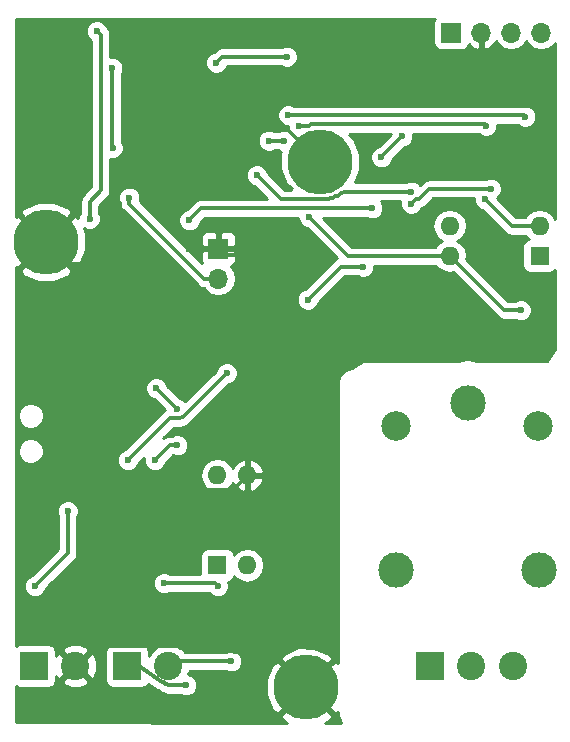
<source format=gbl>
G04 #@! TF.FileFunction,Copper,L2,Bot,Signal*
%FSLAX46Y46*%
G04 Gerber Fmt 4.6, Leading zero omitted, Abs format (unit mm)*
G04 Created by KiCad (PCBNEW 4.0.6) date 10/30/17 11:30:06*
%MOMM*%
%LPD*%
G01*
G04 APERTURE LIST*
%ADD10C,0.025400*%
%ADD11C,2.400000*%
%ADD12R,2.400000X2.400000*%
%ADD13R,1.700000X1.700000*%
%ADD14O,1.700000X1.700000*%
%ADD15C,2.500000*%
%ADD16C,3.000000*%
%ADD17R,1.600000X1.600000*%
%ADD18O,1.600000X1.600000*%
%ADD19C,5.500000*%
%ADD20C,0.600000*%
%ADD21C,0.350000*%
%ADD22C,0.254000*%
G04 APERTURE END LIST*
D10*
D11*
X135780000Y-103020000D03*
D12*
X132280000Y-103020000D03*
D11*
X143650000Y-103010000D03*
D12*
X140150000Y-103010000D03*
D13*
X167590000Y-49390000D03*
D14*
X170130000Y-49390000D03*
X172670000Y-49390000D03*
X175210000Y-49390000D03*
D13*
X147880000Y-67690000D03*
D14*
X147880000Y-70230000D03*
D11*
X169300000Y-103040000D03*
X172800000Y-103040000D03*
D12*
X165800000Y-103040000D03*
D15*
X162950000Y-82670000D03*
D16*
X162950000Y-94870000D03*
X175000000Y-94920000D03*
D15*
X174950000Y-82670000D03*
D16*
X169000000Y-80720000D03*
D17*
X147800000Y-94490000D03*
D18*
X150340000Y-86870000D03*
X150340000Y-94490000D03*
X147800000Y-86870000D03*
D19*
X156510000Y-60310000D03*
X133290000Y-67100000D03*
X155320000Y-104840000D03*
D17*
X175070000Y-68290000D03*
D18*
X167450000Y-65750000D03*
X175070000Y-65750000D03*
X167450000Y-68290000D03*
D20*
X140208000Y-85598000D03*
X148590000Y-78232000D03*
X155448000Y-72009000D03*
X160147000Y-69215000D03*
X161671000Y-59944000D03*
X163449000Y-58166000D03*
X160660000Y-70490000D03*
X165570000Y-69850000D03*
X169240000Y-52010000D03*
X163370000Y-51890000D03*
X142240000Y-89408000D03*
X137160000Y-92837000D03*
X152146000Y-56769000D03*
X149352000Y-101727000D03*
X157353000Y-68199000D03*
X142367000Y-68961000D03*
X144907000Y-88138000D03*
X145415000Y-67691000D03*
X173482000Y-72898000D03*
X155575000Y-65024000D03*
X151130000Y-61468000D03*
X164211000Y-62865000D03*
X170434000Y-63500000D03*
X168783000Y-76581000D03*
X170307000Y-76454000D03*
X135128000Y-89916000D03*
X132334000Y-96266000D03*
X136970000Y-65150000D03*
X137580000Y-49260000D03*
X145415000Y-65278000D03*
X160909000Y-64262000D03*
X147828000Y-96266000D03*
X143256000Y-96012000D03*
X144399000Y-81280000D03*
X142621000Y-79502000D03*
X148971000Y-102616000D03*
X142494000Y-85598000D03*
X144399000Y-84328000D03*
X164211000Y-63881000D03*
X170942000Y-62611000D03*
X145161000Y-104648000D03*
X140335000Y-63373000D03*
X138910000Y-52430000D03*
X138950000Y-59170000D03*
X170561000Y-57277000D03*
X154686000Y-57277000D03*
X153416000Y-58547000D03*
X152146000Y-58547000D03*
X173863000Y-56515000D03*
X153797000Y-56388000D03*
X147701000Y-51943000D03*
X153670000Y-51435000D03*
D21*
X140208000Y-85598000D02*
X143764000Y-82042000D01*
X143764000Y-82042000D02*
X144653000Y-82042000D01*
X144653000Y-82042000D02*
X144780000Y-81915000D01*
X144780000Y-81915000D02*
X144907000Y-81915000D01*
X144907000Y-81915000D02*
X148590000Y-78232000D01*
X155448000Y-72009000D02*
X158242000Y-69215000D01*
X158242000Y-69215000D02*
X160147000Y-69215000D01*
X161671000Y-59944000D02*
X163449000Y-58166000D01*
X164930000Y-70490000D02*
X160660000Y-70490000D01*
X165570000Y-69850000D02*
X164930000Y-70490000D01*
X163490000Y-52010000D02*
X169240000Y-52010000D01*
X163370000Y-51890000D02*
X163490000Y-52010000D01*
X142240000Y-89408000D02*
X138811000Y-92837000D01*
X138811000Y-92837000D02*
X137160000Y-92837000D01*
X156510000Y-60310000D02*
X156464000Y-60325000D01*
X156464000Y-60325000D02*
X152908000Y-56769000D01*
X152908000Y-56769000D02*
X152146000Y-56769000D01*
X135780000Y-103020000D02*
X135763000Y-102997000D01*
X135763000Y-102997000D02*
X137414000Y-101346000D01*
X137414000Y-101346000D02*
X144526000Y-101346000D01*
X144526000Y-101346000D02*
X144653000Y-101473000D01*
X144653000Y-101473000D02*
X144907000Y-101473000D01*
X144907000Y-101473000D02*
X145034000Y-101600000D01*
X145034000Y-101600000D02*
X145161000Y-101600000D01*
X145161000Y-101600000D02*
X145288000Y-101727000D01*
X145288000Y-101727000D02*
X149352000Y-101727000D01*
X147880000Y-67690000D02*
X147828000Y-67691000D01*
X147828000Y-67691000D02*
X148336000Y-68199000D01*
X148336000Y-68199000D02*
X157353000Y-68199000D01*
X133290000Y-67100000D02*
X133350000Y-67056000D01*
X133350000Y-67056000D02*
X135255000Y-68961000D01*
X135255000Y-68961000D02*
X142367000Y-68961000D01*
X170180000Y-49403000D02*
X170130000Y-49390000D01*
X144907000Y-88138000D02*
X149098000Y-88138000D01*
X149098000Y-88138000D02*
X150368000Y-86868000D01*
X150368000Y-86868000D02*
X150340000Y-86870000D01*
X145415000Y-67691000D02*
X147828000Y-67691000D01*
X147828000Y-67691000D02*
X147880000Y-67690000D01*
X167450000Y-68290000D02*
X167513000Y-68326000D01*
X167513000Y-68326000D02*
X172085000Y-72898000D01*
X172085000Y-72898000D02*
X173482000Y-72898000D01*
X155575000Y-65024000D02*
X158877000Y-68326000D01*
X158877000Y-68326000D02*
X167513000Y-68326000D01*
X167513000Y-68326000D02*
X167450000Y-68290000D01*
X151130000Y-61468000D02*
X153162000Y-63500000D01*
X153162000Y-63500000D02*
X157226000Y-63500000D01*
X157226000Y-63500000D02*
X157353000Y-63373000D01*
X157353000Y-63373000D02*
X157607000Y-63373000D01*
X157607000Y-63373000D02*
X157734000Y-63246000D01*
X157734000Y-63246000D02*
X157988000Y-63246000D01*
X157988000Y-63246000D02*
X158242000Y-62992000D01*
X158242000Y-62992000D02*
X158369000Y-62992000D01*
X158369000Y-62992000D02*
X158496000Y-62865000D01*
X158496000Y-62865000D02*
X164211000Y-62865000D01*
X170434000Y-63500000D02*
X172720000Y-65786000D01*
X172720000Y-65786000D02*
X175133000Y-65786000D01*
X175133000Y-65786000D02*
X175070000Y-65750000D01*
X168783000Y-76581000D02*
X168910000Y-76454000D01*
X168910000Y-76454000D02*
X170307000Y-76454000D01*
X135128000Y-89916000D02*
X135128000Y-93472000D01*
X135128000Y-93472000D02*
X132334000Y-96266000D01*
X136970000Y-63700000D02*
X136970000Y-65150000D01*
X137920000Y-62750000D02*
X136970000Y-63700000D01*
X137920000Y-49600000D02*
X137920000Y-62750000D01*
X137580000Y-49260000D02*
X137920000Y-49600000D01*
X145415000Y-65278000D02*
X146431000Y-64262000D01*
X146431000Y-64262000D02*
X160909000Y-64262000D01*
X147828000Y-96266000D02*
X147574000Y-96012000D01*
X147574000Y-96012000D02*
X143256000Y-96012000D01*
X144399000Y-81280000D02*
X142621000Y-79502000D01*
X143650000Y-103010000D02*
X143595000Y-102987000D01*
X143595000Y-102987000D02*
X143976000Y-102606000D01*
X143976000Y-102606000D02*
X148971000Y-102616000D01*
X142494000Y-85598000D02*
X143764000Y-84328000D01*
X143764000Y-84328000D02*
X144399000Y-84328000D01*
X164211000Y-63881000D02*
X164592000Y-63500000D01*
X164592000Y-63500000D02*
X164846000Y-63500000D01*
X164846000Y-63500000D02*
X165735000Y-62611000D01*
X165735000Y-62611000D02*
X170942000Y-62611000D01*
X145161000Y-104648000D02*
X143637000Y-104648000D01*
X143637000Y-104648000D02*
X143510000Y-104521000D01*
X143510000Y-104521000D02*
X143383000Y-104521000D01*
X143383000Y-104521000D02*
X143256000Y-104394000D01*
X143256000Y-104394000D02*
X143129000Y-104394000D01*
X143129000Y-104394000D02*
X141182000Y-102987000D01*
X141182000Y-102987000D02*
X140166000Y-102987000D01*
X140166000Y-102987000D02*
X140150000Y-103010000D01*
X140335000Y-63373000D02*
X140335000Y-63881000D01*
X140335000Y-63881000D02*
X146685000Y-70231000D01*
X146685000Y-70231000D02*
X147828000Y-70231000D01*
X147828000Y-70231000D02*
X147880000Y-70230000D01*
X138910000Y-59130000D02*
X138910000Y-52430000D01*
X138950000Y-59170000D02*
X138910000Y-59130000D01*
X170561000Y-57277000D02*
X170434000Y-57150000D01*
X170434000Y-57150000D02*
X155702000Y-57150000D01*
X155702000Y-57150000D02*
X155575000Y-57277000D01*
X155575000Y-57277000D02*
X154686000Y-57277000D01*
X153416000Y-58547000D02*
X152146000Y-58547000D01*
X173863000Y-56515000D02*
X173736000Y-56388000D01*
X173736000Y-56388000D02*
X153797000Y-56388000D01*
X147701000Y-51943000D02*
X148209000Y-51435000D01*
X148209000Y-51435000D02*
X153670000Y-51435000D01*
D22*
G36*
X166143569Y-48288110D02*
X166092560Y-48540000D01*
X166092560Y-50240000D01*
X166136838Y-50475317D01*
X166275910Y-50691441D01*
X166488110Y-50836431D01*
X166740000Y-50887440D01*
X168440000Y-50887440D01*
X168675317Y-50843162D01*
X168891441Y-50704090D01*
X169036431Y-50491890D01*
X169058301Y-50383893D01*
X169363076Y-50661645D01*
X169773110Y-50831476D01*
X170003000Y-50710155D01*
X170003000Y-49517000D01*
X169983000Y-49517000D01*
X169983000Y-49263000D01*
X170003000Y-49263000D01*
X170003000Y-49243000D01*
X170257000Y-49243000D01*
X170257000Y-49263000D01*
X170277000Y-49263000D01*
X170277000Y-49517000D01*
X170257000Y-49517000D01*
X170257000Y-50710155D01*
X170486890Y-50831476D01*
X170896924Y-50661645D01*
X171325183Y-50271358D01*
X171392298Y-50128447D01*
X171619946Y-50469147D01*
X172101715Y-50791054D01*
X172670000Y-50904093D01*
X173238285Y-50791054D01*
X173720054Y-50469147D01*
X173940000Y-50139974D01*
X174159946Y-50469147D01*
X174641715Y-50791054D01*
X175210000Y-50904093D01*
X175778285Y-50791054D01*
X176260054Y-50469147D01*
X176390000Y-50274669D01*
X176390000Y-65150144D01*
X176112811Y-64735302D01*
X175647264Y-64424233D01*
X175098113Y-64315000D01*
X175041887Y-64315000D01*
X174492736Y-64424233D01*
X174027189Y-64735302D01*
X173866360Y-64976000D01*
X173055513Y-64976000D01*
X171477292Y-63397779D01*
X171734192Y-63141327D01*
X171876838Y-62797799D01*
X171877162Y-62425833D01*
X171735117Y-62082057D01*
X171472327Y-61818808D01*
X171128799Y-61676162D01*
X170756833Y-61675838D01*
X170453917Y-61801000D01*
X165735000Y-61801000D01*
X165562897Y-61835234D01*
X165425027Y-61862657D01*
X165162244Y-62038243D01*
X164934335Y-62266153D01*
X164741327Y-62072808D01*
X164397799Y-61930162D01*
X164025833Y-61929838D01*
X163722917Y-62055000D01*
X159449807Y-62055000D01*
X159893331Y-60991657D01*
X159896648Y-59645024D01*
X159384380Y-58399629D01*
X159374932Y-58385487D01*
X158926268Y-58073340D01*
X159038494Y-57961114D01*
X159037380Y-57960000D01*
X162509487Y-57960000D01*
X161442918Y-59026570D01*
X161142057Y-59150883D01*
X160878808Y-59413673D01*
X160736162Y-59757201D01*
X160735838Y-60129167D01*
X160877883Y-60472943D01*
X161140673Y-60736192D01*
X161484201Y-60878838D01*
X161856167Y-60879162D01*
X162199943Y-60737117D01*
X162463192Y-60474327D01*
X162588884Y-60171628D01*
X163677083Y-59083429D01*
X163977943Y-58959117D01*
X164241192Y-58696327D01*
X164383838Y-58352799D01*
X164384162Y-57980833D01*
X164375554Y-57960000D01*
X169921671Y-57960000D01*
X170030673Y-58069192D01*
X170374201Y-58211838D01*
X170746167Y-58212162D01*
X171089943Y-58070117D01*
X171353192Y-57807327D01*
X171495838Y-57463799D01*
X171496070Y-57198000D01*
X173223671Y-57198000D01*
X173332673Y-57307192D01*
X173676201Y-57449838D01*
X174048167Y-57450162D01*
X174391943Y-57308117D01*
X174655192Y-57045327D01*
X174797838Y-56701799D01*
X174798162Y-56329833D01*
X174656117Y-55986057D01*
X174393327Y-55722808D01*
X174049799Y-55580162D01*
X173745537Y-55579897D01*
X173736000Y-55578000D01*
X154284441Y-55578000D01*
X153983799Y-55453162D01*
X153611833Y-55452838D01*
X153268057Y-55594883D01*
X153004808Y-55857673D01*
X152862162Y-56201201D01*
X152861838Y-56573167D01*
X153003883Y-56916943D01*
X153266673Y-57180192D01*
X153610201Y-57322838D01*
X153750959Y-57322961D01*
X153750838Y-57462167D01*
X153856310Y-57717430D01*
X153602799Y-57612162D01*
X153230833Y-57611838D01*
X152927917Y-57737000D01*
X152633441Y-57737000D01*
X152332799Y-57612162D01*
X151960833Y-57611838D01*
X151617057Y-57753883D01*
X151353808Y-58016673D01*
X151211162Y-58360201D01*
X151210838Y-58732167D01*
X151352883Y-59075943D01*
X151615673Y-59339192D01*
X151959201Y-59481838D01*
X152331167Y-59482162D01*
X152634083Y-59357000D01*
X152928559Y-59357000D01*
X153193892Y-59467176D01*
X153126669Y-59628343D01*
X153123352Y-60974976D01*
X153635620Y-62220371D01*
X153645068Y-62234513D01*
X154093732Y-62546660D01*
X153981506Y-62658886D01*
X154012620Y-62690000D01*
X153497513Y-62690000D01*
X152047430Y-61239918D01*
X151923117Y-60939057D01*
X151660327Y-60675808D01*
X151316799Y-60533162D01*
X150944833Y-60532838D01*
X150601057Y-60674883D01*
X150337808Y-60937673D01*
X150195162Y-61281201D01*
X150194838Y-61653167D01*
X150336883Y-61996943D01*
X150599673Y-62260192D01*
X150902372Y-62385884D01*
X151968487Y-63452000D01*
X146431000Y-63452000D01*
X146121026Y-63513658D01*
X146035168Y-63571027D01*
X145858244Y-63689243D01*
X145186917Y-64360570D01*
X144886057Y-64484883D01*
X144622808Y-64747673D01*
X144480162Y-65091201D01*
X144479838Y-65463167D01*
X144621883Y-65806943D01*
X144884673Y-66070192D01*
X145228201Y-66212838D01*
X145600167Y-66213162D01*
X145943943Y-66071117D01*
X146207192Y-65808327D01*
X146332884Y-65505628D01*
X146766513Y-65072000D01*
X154639957Y-65072000D01*
X154639838Y-65209167D01*
X154781883Y-65552943D01*
X155044673Y-65816192D01*
X155347372Y-65941884D01*
X157896130Y-68490643D01*
X157669244Y-68642243D01*
X155219918Y-71091570D01*
X154919057Y-71215883D01*
X154655808Y-71478673D01*
X154513162Y-71822201D01*
X154512838Y-72194167D01*
X154654883Y-72537943D01*
X154917673Y-72801192D01*
X155261201Y-72943838D01*
X155633167Y-72944162D01*
X155976943Y-72802117D01*
X156240192Y-72539327D01*
X156365884Y-72236628D01*
X158577513Y-70025000D01*
X159659559Y-70025000D01*
X159960201Y-70149838D01*
X160332167Y-70150162D01*
X160675943Y-70008117D01*
X160939192Y-69745327D01*
X161081838Y-69401799D01*
X161082070Y-69136000D01*
X166294468Y-69136000D01*
X166407189Y-69304698D01*
X166872736Y-69615767D01*
X167421887Y-69725000D01*
X167478113Y-69725000D01*
X167718643Y-69677156D01*
X171512243Y-73470756D01*
X171643635Y-73558549D01*
X171775026Y-73646342D01*
X172085000Y-73708000D01*
X172994559Y-73708000D01*
X173295201Y-73832838D01*
X173667167Y-73833162D01*
X174010943Y-73691117D01*
X174274192Y-73428327D01*
X174416838Y-73084799D01*
X174417162Y-72712833D01*
X174275117Y-72369057D01*
X174012327Y-72105808D01*
X173668799Y-71963162D01*
X173296833Y-71962838D01*
X172993917Y-72088000D01*
X172420513Y-72088000D01*
X168864899Y-68532387D01*
X168913113Y-68290000D01*
X168803880Y-67740849D01*
X168492811Y-67275302D01*
X168110725Y-67020000D01*
X168492811Y-66764698D01*
X168803880Y-66299151D01*
X168913113Y-65750000D01*
X168803880Y-65200849D01*
X168492811Y-64735302D01*
X168027264Y-64424233D01*
X167478113Y-64315000D01*
X167421887Y-64315000D01*
X166872736Y-64424233D01*
X166407189Y-64735302D01*
X166096120Y-65200849D01*
X165986887Y-65750000D01*
X166096120Y-66299151D01*
X166407189Y-66764698D01*
X166789275Y-67020000D01*
X166407189Y-67275302D01*
X166246360Y-67516000D01*
X159212513Y-67516000D01*
X156768512Y-65072000D01*
X160421559Y-65072000D01*
X160722201Y-65196838D01*
X161094167Y-65197162D01*
X161437943Y-65055117D01*
X161701192Y-64792327D01*
X161843838Y-64448799D01*
X161844162Y-64076833D01*
X161702117Y-63733057D01*
X161644161Y-63675000D01*
X163284135Y-63675000D01*
X163276162Y-63694201D01*
X163275838Y-64066167D01*
X163417883Y-64409943D01*
X163680673Y-64673192D01*
X164024201Y-64815838D01*
X164396167Y-64816162D01*
X164739943Y-64674117D01*
X165003192Y-64411327D01*
X165063207Y-64266795D01*
X165155974Y-64248342D01*
X165418756Y-64072756D01*
X166070513Y-63421000D01*
X169499068Y-63421000D01*
X169498838Y-63685167D01*
X169640883Y-64028943D01*
X169903673Y-64292192D01*
X170206372Y-64417884D01*
X172147243Y-66358756D01*
X172236422Y-66418343D01*
X172410026Y-66534342D01*
X172720000Y-66596000D01*
X173914468Y-66596000D01*
X174027189Y-66764698D01*
X174171465Y-66861101D01*
X174034683Y-66886838D01*
X173818559Y-67025910D01*
X173673569Y-67238110D01*
X173622560Y-67490000D01*
X173622560Y-69090000D01*
X173666838Y-69325317D01*
X173805910Y-69541441D01*
X174018110Y-69686431D01*
X174270000Y-69737440D01*
X175870000Y-69737440D01*
X176105317Y-69693162D01*
X176321441Y-69554090D01*
X176390000Y-69453751D01*
X176390000Y-76200199D01*
X175666478Y-77163122D01*
X169726627Y-77174604D01*
X169118514Y-77053642D01*
X168980000Y-77053643D01*
X168841486Y-77053642D01*
X168218716Y-77177519D01*
X160209755Y-77193000D01*
X160140160Y-77213927D01*
X159231617Y-77812126D01*
X158931877Y-77849314D01*
X158931875Y-77849315D01*
X158675935Y-77955329D01*
X158481280Y-78085393D01*
X158422219Y-78144455D01*
X158285393Y-78281280D01*
X158155329Y-78475934D01*
X158155329Y-78475935D01*
X158155328Y-78475936D01*
X158129792Y-78537585D01*
X158120160Y-78543927D01*
X158084394Y-78579456D01*
X158065269Y-78626100D01*
X158065798Y-78676511D01*
X158069101Y-78684108D01*
X158049314Y-78731877D01*
X158003642Y-78961487D01*
X158003642Y-79031416D01*
X157990000Y-79100000D01*
X157990000Y-102779868D01*
X157736266Y-102603339D01*
X155499605Y-104840000D01*
X157736266Y-107076661D01*
X157990000Y-106900132D01*
X157990000Y-107000000D01*
X157992698Y-107013562D01*
X157989433Y-107032100D01*
X157990172Y-107065640D01*
X158007447Y-107143485D01*
X158011429Y-107223117D01*
X158068581Y-107450442D01*
X158156038Y-107634936D01*
X158187244Y-107700768D01*
X158285247Y-107832670D01*
X156947353Y-107830794D01*
X157230371Y-107714380D01*
X157244513Y-107704932D01*
X157556661Y-107256266D01*
X155320000Y-105019605D01*
X153083339Y-107256266D01*
X153395487Y-107704932D01*
X153686274Y-107826220D01*
X130710000Y-107793996D01*
X130710000Y-104735730D01*
X130828110Y-104816431D01*
X131080000Y-104867440D01*
X133480000Y-104867440D01*
X133715317Y-104823162D01*
X133931441Y-104684090D01*
X134076431Y-104471890D01*
X134107761Y-104317175D01*
X134662430Y-104317175D01*
X134785565Y-104604788D01*
X135467734Y-104864707D01*
X136197443Y-104843786D01*
X136774435Y-104604788D01*
X136897570Y-104317175D01*
X135780000Y-103199605D01*
X134662430Y-104317175D01*
X134107761Y-104317175D01*
X134127440Y-104220000D01*
X134127440Y-103850819D01*
X134195212Y-104014435D01*
X134482825Y-104137570D01*
X135600395Y-103020000D01*
X135959605Y-103020000D01*
X137077175Y-104137570D01*
X137364788Y-104014435D01*
X137624707Y-103332266D01*
X137603786Y-102602557D01*
X137364788Y-102025565D01*
X137077175Y-101902430D01*
X135959605Y-103020000D01*
X135600395Y-103020000D01*
X134482825Y-101902430D01*
X134195212Y-102025565D01*
X134127440Y-102203436D01*
X134127440Y-101820000D01*
X134109156Y-101722825D01*
X134662430Y-101722825D01*
X135780000Y-102840395D01*
X136810395Y-101810000D01*
X138302560Y-101810000D01*
X138302560Y-104210000D01*
X138346838Y-104445317D01*
X138485910Y-104661441D01*
X138698110Y-104806431D01*
X138950000Y-104857440D01*
X141350000Y-104857440D01*
X141585317Y-104813162D01*
X141801441Y-104674090D01*
X141911260Y-104513365D01*
X142654568Y-105050517D01*
X142740472Y-105089854D01*
X142819026Y-105142342D01*
X142882799Y-105155027D01*
X142941921Y-105182100D01*
X142942491Y-105182121D01*
X143073026Y-105269342D01*
X143164057Y-105287449D01*
X143195635Y-105308549D01*
X143327026Y-105396342D01*
X143637000Y-105458000D01*
X144673559Y-105458000D01*
X144974201Y-105582838D01*
X145346167Y-105583162D01*
X145535392Y-105504976D01*
X151933352Y-105504976D01*
X152445620Y-106750371D01*
X152455068Y-106764513D01*
X152903734Y-107076661D01*
X155140395Y-104840000D01*
X152903734Y-102603339D01*
X152455068Y-102915487D01*
X151936669Y-104158343D01*
X151933352Y-105504976D01*
X145535392Y-105504976D01*
X145689943Y-105441117D01*
X145953192Y-105178327D01*
X146095838Y-104834799D01*
X146096162Y-104462833D01*
X145954117Y-104119057D01*
X145691327Y-103855808D01*
X145347799Y-103713162D01*
X145344931Y-103713160D01*
X145467083Y-103418986D01*
X148481201Y-103425021D01*
X148784201Y-103550838D01*
X149156167Y-103551162D01*
X149499943Y-103409117D01*
X149763192Y-103146327D01*
X149905838Y-102802799D01*
X149906162Y-102430833D01*
X149903229Y-102423734D01*
X153083339Y-102423734D01*
X155320000Y-104660395D01*
X157556661Y-102423734D01*
X157244513Y-101975068D01*
X156001657Y-101456669D01*
X154655024Y-101453352D01*
X153409629Y-101965620D01*
X153395487Y-101975068D01*
X153083339Y-102423734D01*
X149903229Y-102423734D01*
X149764117Y-102087057D01*
X149501327Y-101823808D01*
X149157799Y-101681162D01*
X148785833Y-101680838D01*
X148485274Y-101805026D01*
X145033049Y-101798115D01*
X144690801Y-101455270D01*
X144016605Y-101175319D01*
X143286597Y-101174682D01*
X142611914Y-101453455D01*
X142095270Y-101969199D01*
X141997440Y-102204799D01*
X141997440Y-101810000D01*
X141953162Y-101574683D01*
X141814090Y-101358559D01*
X141601890Y-101213569D01*
X141350000Y-101162560D01*
X138950000Y-101162560D01*
X138714683Y-101206838D01*
X138498559Y-101345910D01*
X138353569Y-101558110D01*
X138302560Y-101810000D01*
X136810395Y-101810000D01*
X136897570Y-101722825D01*
X136774435Y-101435212D01*
X136092266Y-101175293D01*
X135362557Y-101196214D01*
X134785565Y-101435212D01*
X134662430Y-101722825D01*
X134109156Y-101722825D01*
X134083162Y-101584683D01*
X133944090Y-101368559D01*
X133731890Y-101223569D01*
X133480000Y-101172560D01*
X131080000Y-101172560D01*
X130844683Y-101216838D01*
X130710000Y-101303504D01*
X130710000Y-96451167D01*
X131398838Y-96451167D01*
X131540883Y-96794943D01*
X131803673Y-97058192D01*
X132147201Y-97200838D01*
X132519167Y-97201162D01*
X132862943Y-97059117D01*
X133126192Y-96796327D01*
X133251884Y-96493628D01*
X133548345Y-96197167D01*
X142320838Y-96197167D01*
X142462883Y-96540943D01*
X142725673Y-96804192D01*
X143069201Y-96946838D01*
X143441167Y-96947162D01*
X143744083Y-96822000D01*
X147061893Y-96822000D01*
X147297673Y-97058192D01*
X147641201Y-97200838D01*
X148013167Y-97201162D01*
X148356943Y-97059117D01*
X148620192Y-96796327D01*
X148762838Y-96452799D01*
X148763162Y-96080833D01*
X148696417Y-95919298D01*
X148835317Y-95893162D01*
X149051441Y-95754090D01*
X149196431Y-95541890D01*
X149227815Y-95386911D01*
X149325302Y-95532811D01*
X149790849Y-95843880D01*
X150340000Y-95953113D01*
X150889151Y-95843880D01*
X151354698Y-95532811D01*
X151665767Y-95067264D01*
X151775000Y-94518113D01*
X151775000Y-94461887D01*
X151665767Y-93912736D01*
X151354698Y-93447189D01*
X150889151Y-93136120D01*
X150340000Y-93026887D01*
X149790849Y-93136120D01*
X149325302Y-93447189D01*
X149228899Y-93591465D01*
X149203162Y-93454683D01*
X149064090Y-93238559D01*
X148851890Y-93093569D01*
X148600000Y-93042560D01*
X147000000Y-93042560D01*
X146764683Y-93086838D01*
X146548559Y-93225910D01*
X146403569Y-93438110D01*
X146352560Y-93690000D01*
X146352560Y-95202000D01*
X143743441Y-95202000D01*
X143442799Y-95077162D01*
X143070833Y-95076838D01*
X142727057Y-95218883D01*
X142463808Y-95481673D01*
X142321162Y-95825201D01*
X142320838Y-96197167D01*
X133548345Y-96197167D01*
X135700757Y-94044756D01*
X135876343Y-93781973D01*
X135938000Y-93472000D01*
X135938000Y-90403441D01*
X136062838Y-90102799D01*
X136063162Y-89730833D01*
X135921117Y-89387057D01*
X135658327Y-89123808D01*
X135314799Y-88981162D01*
X134942833Y-88980838D01*
X134599057Y-89122883D01*
X134335808Y-89385673D01*
X134193162Y-89729201D01*
X134192838Y-90101167D01*
X134318000Y-90404083D01*
X134318000Y-93136487D01*
X132105918Y-95348570D01*
X131805057Y-95472883D01*
X131541808Y-95735673D01*
X131399162Y-96079201D01*
X131398838Y-96451167D01*
X130710000Y-96451167D01*
X130710000Y-86841887D01*
X146365000Y-86841887D01*
X146365000Y-86898113D01*
X146474233Y-87447264D01*
X146785302Y-87912811D01*
X147250849Y-88223880D01*
X147800000Y-88333113D01*
X148349151Y-88223880D01*
X148814698Y-87912811D01*
X149084986Y-87508297D01*
X149187611Y-87725134D01*
X149602577Y-88101041D01*
X149990961Y-88261904D01*
X150213000Y-88139915D01*
X150213000Y-86997000D01*
X150467000Y-86997000D01*
X150467000Y-88139915D01*
X150689039Y-88261904D01*
X151077423Y-88101041D01*
X151492389Y-87725134D01*
X151731914Y-87219041D01*
X151610629Y-86997000D01*
X150467000Y-86997000D01*
X150213000Y-86997000D01*
X150193000Y-86997000D01*
X150193000Y-86743000D01*
X150213000Y-86743000D01*
X150213000Y-85600085D01*
X150467000Y-85600085D01*
X150467000Y-86743000D01*
X151610629Y-86743000D01*
X151731914Y-86520959D01*
X151492389Y-86014866D01*
X151077423Y-85638959D01*
X150689039Y-85478096D01*
X150467000Y-85600085D01*
X150213000Y-85600085D01*
X149990961Y-85478096D01*
X149602577Y-85638959D01*
X149187611Y-86014866D01*
X149084986Y-86231703D01*
X148814698Y-85827189D01*
X148349151Y-85516120D01*
X147800000Y-85406887D01*
X147250849Y-85516120D01*
X146785302Y-85827189D01*
X146474233Y-86292736D01*
X146365000Y-86841887D01*
X130710000Y-86841887D01*
X130710000Y-85044873D01*
X130904812Y-85044873D01*
X131069646Y-85443800D01*
X131374595Y-85749282D01*
X131773233Y-85914811D01*
X132204873Y-85915188D01*
X132524386Y-85783167D01*
X139272838Y-85783167D01*
X139414883Y-86126943D01*
X139677673Y-86390192D01*
X140021201Y-86532838D01*
X140393167Y-86533162D01*
X140736943Y-86391117D01*
X141000192Y-86128327D01*
X141125884Y-85825628D01*
X141572548Y-85378964D01*
X141559162Y-85411201D01*
X141558838Y-85783167D01*
X141700883Y-86126943D01*
X141963673Y-86390192D01*
X142307201Y-86532838D01*
X142679167Y-86533162D01*
X143022943Y-86391117D01*
X143286192Y-86128327D01*
X143411884Y-85825628D01*
X144044366Y-85193147D01*
X144212201Y-85262838D01*
X144584167Y-85263162D01*
X144927943Y-85121117D01*
X145191192Y-84858327D01*
X145333838Y-84514799D01*
X145334162Y-84142833D01*
X145192117Y-83799057D01*
X144929327Y-83535808D01*
X144585799Y-83393162D01*
X144213833Y-83392838D01*
X143910917Y-83518000D01*
X143764000Y-83518000D01*
X143454026Y-83579658D01*
X143322635Y-83667451D01*
X143206389Y-83745124D01*
X144099513Y-82852000D01*
X144653000Y-82852000D01*
X144962974Y-82790342D01*
X145125943Y-82681449D01*
X145216974Y-82663342D01*
X145479756Y-82487756D01*
X148818084Y-79149429D01*
X149118943Y-79025117D01*
X149382192Y-78762327D01*
X149524838Y-78418799D01*
X149525162Y-78046833D01*
X149383117Y-77703057D01*
X149120327Y-77439808D01*
X148776799Y-77297162D01*
X148404833Y-77296838D01*
X148061057Y-77438883D01*
X147797808Y-77701673D01*
X147672116Y-78004371D01*
X145058890Y-80617598D01*
X144929327Y-80487808D01*
X144626629Y-80362116D01*
X143538430Y-79273918D01*
X143414117Y-78973057D01*
X143151327Y-78709808D01*
X142807799Y-78567162D01*
X142435833Y-78566838D01*
X142092057Y-78708883D01*
X141828808Y-78971673D01*
X141686162Y-79315201D01*
X141685838Y-79687167D01*
X141827883Y-80030943D01*
X142090673Y-80294192D01*
X142393372Y-80419884D01*
X143341999Y-81368512D01*
X143322635Y-81381451D01*
X143191243Y-81469244D01*
X139979918Y-84680570D01*
X139679057Y-84804883D01*
X139415808Y-85067673D01*
X139273162Y-85411201D01*
X139272838Y-85783167D01*
X132524386Y-85783167D01*
X132603800Y-85750354D01*
X132909282Y-85445405D01*
X133074811Y-85046767D01*
X133075188Y-84615127D01*
X132910354Y-84216200D01*
X132605405Y-83910718D01*
X132206767Y-83745189D01*
X131775127Y-83744812D01*
X131376200Y-83909646D01*
X131070718Y-84214595D01*
X130905189Y-84613233D01*
X130904812Y-85044873D01*
X130710000Y-85044873D01*
X130710000Y-82044873D01*
X130904812Y-82044873D01*
X131069646Y-82443800D01*
X131374595Y-82749282D01*
X131773233Y-82914811D01*
X132204873Y-82915188D01*
X132603800Y-82750354D01*
X132909282Y-82445405D01*
X133074811Y-82046767D01*
X133075188Y-81615127D01*
X132910354Y-81216200D01*
X132605405Y-80910718D01*
X132206767Y-80745189D01*
X131775127Y-80744812D01*
X131376200Y-80909646D01*
X131070718Y-81214595D01*
X130905189Y-81613233D01*
X130904812Y-82044873D01*
X130710000Y-82044873D01*
X130710000Y-69516266D01*
X131053339Y-69516266D01*
X131365487Y-69964932D01*
X132608343Y-70483331D01*
X133954976Y-70486648D01*
X135200371Y-69974380D01*
X135214513Y-69964932D01*
X135526661Y-69516266D01*
X133290000Y-67279605D01*
X131053339Y-69516266D01*
X130710000Y-69516266D01*
X130710000Y-69222747D01*
X130873734Y-69336661D01*
X133110395Y-67100000D01*
X133469605Y-67100000D01*
X135706266Y-69336661D01*
X136154932Y-69024513D01*
X136673331Y-67781657D01*
X136676648Y-66435024D01*
X136480988Y-65959348D01*
X136783201Y-66084838D01*
X137155167Y-66085162D01*
X137498943Y-65943117D01*
X137762192Y-65680327D01*
X137904838Y-65336799D01*
X137905162Y-64964833D01*
X137780000Y-64661917D01*
X137780000Y-64035512D01*
X138257345Y-63558167D01*
X139399838Y-63558167D01*
X139525000Y-63861083D01*
X139525000Y-63881000D01*
X139586658Y-64190974D01*
X139732969Y-64409943D01*
X139762244Y-64453756D01*
X146112243Y-70803756D01*
X146128567Y-70814663D01*
X146375026Y-70979342D01*
X146634397Y-71030934D01*
X146800853Y-71280054D01*
X147282622Y-71601961D01*
X147850907Y-71715000D01*
X147909093Y-71715000D01*
X148477378Y-71601961D01*
X148959147Y-71280054D01*
X149281054Y-70798285D01*
X149394093Y-70230000D01*
X149281054Y-69661715D01*
X148959147Y-69179946D01*
X148915223Y-69150597D01*
X149089698Y-69078327D01*
X149268327Y-68899699D01*
X149365000Y-68666310D01*
X149365000Y-67975750D01*
X149206250Y-67817000D01*
X148007000Y-67817000D01*
X148007000Y-67837000D01*
X147753000Y-67837000D01*
X147753000Y-67817000D01*
X146553750Y-67817000D01*
X146395000Y-67975750D01*
X146395000Y-68666310D01*
X146486342Y-68886829D01*
X144313203Y-66713690D01*
X146395000Y-66713690D01*
X146395000Y-67404250D01*
X146553750Y-67563000D01*
X147753000Y-67563000D01*
X147753000Y-66363750D01*
X148007000Y-66363750D01*
X148007000Y-67563000D01*
X149206250Y-67563000D01*
X149365000Y-67404250D01*
X149365000Y-66713690D01*
X149268327Y-66480301D01*
X149089698Y-66301673D01*
X148856309Y-66205000D01*
X148165750Y-66205000D01*
X148007000Y-66363750D01*
X147753000Y-66363750D01*
X147594250Y-66205000D01*
X146903691Y-66205000D01*
X146670302Y-66301673D01*
X146491673Y-66480301D01*
X146395000Y-66713690D01*
X144313203Y-66713690D01*
X141237409Y-63637897D01*
X141269838Y-63559799D01*
X141270162Y-63187833D01*
X141128117Y-62844057D01*
X140865327Y-62580808D01*
X140521799Y-62438162D01*
X140149833Y-62437838D01*
X139806057Y-62579883D01*
X139542808Y-62842673D01*
X139400162Y-63186201D01*
X139399838Y-63558167D01*
X138257345Y-63558167D01*
X138492757Y-63322756D01*
X138668343Y-63059973D01*
X138707125Y-62865000D01*
X138730000Y-62750000D01*
X138730000Y-60091052D01*
X138763201Y-60104838D01*
X139135167Y-60105162D01*
X139478943Y-59963117D01*
X139742192Y-59700327D01*
X139884838Y-59356799D01*
X139885162Y-58984833D01*
X139743117Y-58641057D01*
X139720000Y-58617900D01*
X139720000Y-52917441D01*
X139844838Y-52616799D01*
X139845162Y-52244833D01*
X139796957Y-52128167D01*
X146765838Y-52128167D01*
X146907883Y-52471943D01*
X147170673Y-52735192D01*
X147514201Y-52877838D01*
X147886167Y-52878162D01*
X148229943Y-52736117D01*
X148493192Y-52473327D01*
X148588002Y-52245000D01*
X153182559Y-52245000D01*
X153483201Y-52369838D01*
X153855167Y-52370162D01*
X154198943Y-52228117D01*
X154462192Y-51965327D01*
X154604838Y-51621799D01*
X154605162Y-51249833D01*
X154463117Y-50906057D01*
X154200327Y-50642808D01*
X153856799Y-50500162D01*
X153484833Y-50499838D01*
X153181917Y-50625000D01*
X148209000Y-50625000D01*
X147899026Y-50686658D01*
X147767635Y-50774451D01*
X147636243Y-50862244D01*
X147472917Y-51025571D01*
X147172057Y-51149883D01*
X146908808Y-51412673D01*
X146766162Y-51756201D01*
X146765838Y-52128167D01*
X139796957Y-52128167D01*
X139703117Y-51901057D01*
X139440327Y-51637808D01*
X139096799Y-51495162D01*
X138730000Y-51494843D01*
X138730000Y-49600000D01*
X138713490Y-49517000D01*
X138668343Y-49290027D01*
X138499941Y-49037996D01*
X138373117Y-48731057D01*
X138110327Y-48467808D01*
X137766799Y-48325162D01*
X137394833Y-48324838D01*
X137051057Y-48466883D01*
X136787808Y-48729673D01*
X136645162Y-49073201D01*
X136644838Y-49445167D01*
X136786883Y-49788943D01*
X137049673Y-50052192D01*
X137110000Y-50077242D01*
X137110000Y-62414487D01*
X136397244Y-63127244D01*
X136221658Y-63390026D01*
X136160000Y-63700000D01*
X136160000Y-64662559D01*
X136035162Y-64963201D01*
X136035050Y-65092082D01*
X135706266Y-64863339D01*
X133469605Y-67100000D01*
X133110395Y-67100000D01*
X130873734Y-64863339D01*
X130710000Y-64977253D01*
X130710000Y-64683734D01*
X131053339Y-64683734D01*
X133290000Y-66920395D01*
X135526661Y-64683734D01*
X135214513Y-64235068D01*
X133971657Y-63716669D01*
X132625024Y-63713352D01*
X131379629Y-64225620D01*
X131365487Y-64235068D01*
X131053339Y-64683734D01*
X130710000Y-64683734D01*
X130710000Y-48210000D01*
X166196939Y-48210000D01*
X166143569Y-48288110D01*
X166143569Y-48288110D01*
G37*
X166143569Y-48288110D02*
X166092560Y-48540000D01*
X166092560Y-50240000D01*
X166136838Y-50475317D01*
X166275910Y-50691441D01*
X166488110Y-50836431D01*
X166740000Y-50887440D01*
X168440000Y-50887440D01*
X168675317Y-50843162D01*
X168891441Y-50704090D01*
X169036431Y-50491890D01*
X169058301Y-50383893D01*
X169363076Y-50661645D01*
X169773110Y-50831476D01*
X170003000Y-50710155D01*
X170003000Y-49517000D01*
X169983000Y-49517000D01*
X169983000Y-49263000D01*
X170003000Y-49263000D01*
X170003000Y-49243000D01*
X170257000Y-49243000D01*
X170257000Y-49263000D01*
X170277000Y-49263000D01*
X170277000Y-49517000D01*
X170257000Y-49517000D01*
X170257000Y-50710155D01*
X170486890Y-50831476D01*
X170896924Y-50661645D01*
X171325183Y-50271358D01*
X171392298Y-50128447D01*
X171619946Y-50469147D01*
X172101715Y-50791054D01*
X172670000Y-50904093D01*
X173238285Y-50791054D01*
X173720054Y-50469147D01*
X173940000Y-50139974D01*
X174159946Y-50469147D01*
X174641715Y-50791054D01*
X175210000Y-50904093D01*
X175778285Y-50791054D01*
X176260054Y-50469147D01*
X176390000Y-50274669D01*
X176390000Y-65150144D01*
X176112811Y-64735302D01*
X175647264Y-64424233D01*
X175098113Y-64315000D01*
X175041887Y-64315000D01*
X174492736Y-64424233D01*
X174027189Y-64735302D01*
X173866360Y-64976000D01*
X173055513Y-64976000D01*
X171477292Y-63397779D01*
X171734192Y-63141327D01*
X171876838Y-62797799D01*
X171877162Y-62425833D01*
X171735117Y-62082057D01*
X171472327Y-61818808D01*
X171128799Y-61676162D01*
X170756833Y-61675838D01*
X170453917Y-61801000D01*
X165735000Y-61801000D01*
X165562897Y-61835234D01*
X165425027Y-61862657D01*
X165162244Y-62038243D01*
X164934335Y-62266153D01*
X164741327Y-62072808D01*
X164397799Y-61930162D01*
X164025833Y-61929838D01*
X163722917Y-62055000D01*
X159449807Y-62055000D01*
X159893331Y-60991657D01*
X159896648Y-59645024D01*
X159384380Y-58399629D01*
X159374932Y-58385487D01*
X158926268Y-58073340D01*
X159038494Y-57961114D01*
X159037380Y-57960000D01*
X162509487Y-57960000D01*
X161442918Y-59026570D01*
X161142057Y-59150883D01*
X160878808Y-59413673D01*
X160736162Y-59757201D01*
X160735838Y-60129167D01*
X160877883Y-60472943D01*
X161140673Y-60736192D01*
X161484201Y-60878838D01*
X161856167Y-60879162D01*
X162199943Y-60737117D01*
X162463192Y-60474327D01*
X162588884Y-60171628D01*
X163677083Y-59083429D01*
X163977943Y-58959117D01*
X164241192Y-58696327D01*
X164383838Y-58352799D01*
X164384162Y-57980833D01*
X164375554Y-57960000D01*
X169921671Y-57960000D01*
X170030673Y-58069192D01*
X170374201Y-58211838D01*
X170746167Y-58212162D01*
X171089943Y-58070117D01*
X171353192Y-57807327D01*
X171495838Y-57463799D01*
X171496070Y-57198000D01*
X173223671Y-57198000D01*
X173332673Y-57307192D01*
X173676201Y-57449838D01*
X174048167Y-57450162D01*
X174391943Y-57308117D01*
X174655192Y-57045327D01*
X174797838Y-56701799D01*
X174798162Y-56329833D01*
X174656117Y-55986057D01*
X174393327Y-55722808D01*
X174049799Y-55580162D01*
X173745537Y-55579897D01*
X173736000Y-55578000D01*
X154284441Y-55578000D01*
X153983799Y-55453162D01*
X153611833Y-55452838D01*
X153268057Y-55594883D01*
X153004808Y-55857673D01*
X152862162Y-56201201D01*
X152861838Y-56573167D01*
X153003883Y-56916943D01*
X153266673Y-57180192D01*
X153610201Y-57322838D01*
X153750959Y-57322961D01*
X153750838Y-57462167D01*
X153856310Y-57717430D01*
X153602799Y-57612162D01*
X153230833Y-57611838D01*
X152927917Y-57737000D01*
X152633441Y-57737000D01*
X152332799Y-57612162D01*
X151960833Y-57611838D01*
X151617057Y-57753883D01*
X151353808Y-58016673D01*
X151211162Y-58360201D01*
X151210838Y-58732167D01*
X151352883Y-59075943D01*
X151615673Y-59339192D01*
X151959201Y-59481838D01*
X152331167Y-59482162D01*
X152634083Y-59357000D01*
X152928559Y-59357000D01*
X153193892Y-59467176D01*
X153126669Y-59628343D01*
X153123352Y-60974976D01*
X153635620Y-62220371D01*
X153645068Y-62234513D01*
X154093732Y-62546660D01*
X153981506Y-62658886D01*
X154012620Y-62690000D01*
X153497513Y-62690000D01*
X152047430Y-61239918D01*
X151923117Y-60939057D01*
X151660327Y-60675808D01*
X151316799Y-60533162D01*
X150944833Y-60532838D01*
X150601057Y-60674883D01*
X150337808Y-60937673D01*
X150195162Y-61281201D01*
X150194838Y-61653167D01*
X150336883Y-61996943D01*
X150599673Y-62260192D01*
X150902372Y-62385884D01*
X151968487Y-63452000D01*
X146431000Y-63452000D01*
X146121026Y-63513658D01*
X146035168Y-63571027D01*
X145858244Y-63689243D01*
X145186917Y-64360570D01*
X144886057Y-64484883D01*
X144622808Y-64747673D01*
X144480162Y-65091201D01*
X144479838Y-65463167D01*
X144621883Y-65806943D01*
X144884673Y-66070192D01*
X145228201Y-66212838D01*
X145600167Y-66213162D01*
X145943943Y-66071117D01*
X146207192Y-65808327D01*
X146332884Y-65505628D01*
X146766513Y-65072000D01*
X154639957Y-65072000D01*
X154639838Y-65209167D01*
X154781883Y-65552943D01*
X155044673Y-65816192D01*
X155347372Y-65941884D01*
X157896130Y-68490643D01*
X157669244Y-68642243D01*
X155219918Y-71091570D01*
X154919057Y-71215883D01*
X154655808Y-71478673D01*
X154513162Y-71822201D01*
X154512838Y-72194167D01*
X154654883Y-72537943D01*
X154917673Y-72801192D01*
X155261201Y-72943838D01*
X155633167Y-72944162D01*
X155976943Y-72802117D01*
X156240192Y-72539327D01*
X156365884Y-72236628D01*
X158577513Y-70025000D01*
X159659559Y-70025000D01*
X159960201Y-70149838D01*
X160332167Y-70150162D01*
X160675943Y-70008117D01*
X160939192Y-69745327D01*
X161081838Y-69401799D01*
X161082070Y-69136000D01*
X166294468Y-69136000D01*
X166407189Y-69304698D01*
X166872736Y-69615767D01*
X167421887Y-69725000D01*
X167478113Y-69725000D01*
X167718643Y-69677156D01*
X171512243Y-73470756D01*
X171643635Y-73558549D01*
X171775026Y-73646342D01*
X172085000Y-73708000D01*
X172994559Y-73708000D01*
X173295201Y-73832838D01*
X173667167Y-73833162D01*
X174010943Y-73691117D01*
X174274192Y-73428327D01*
X174416838Y-73084799D01*
X174417162Y-72712833D01*
X174275117Y-72369057D01*
X174012327Y-72105808D01*
X173668799Y-71963162D01*
X173296833Y-71962838D01*
X172993917Y-72088000D01*
X172420513Y-72088000D01*
X168864899Y-68532387D01*
X168913113Y-68290000D01*
X168803880Y-67740849D01*
X168492811Y-67275302D01*
X168110725Y-67020000D01*
X168492811Y-66764698D01*
X168803880Y-66299151D01*
X168913113Y-65750000D01*
X168803880Y-65200849D01*
X168492811Y-64735302D01*
X168027264Y-64424233D01*
X167478113Y-64315000D01*
X167421887Y-64315000D01*
X166872736Y-64424233D01*
X166407189Y-64735302D01*
X166096120Y-65200849D01*
X165986887Y-65750000D01*
X166096120Y-66299151D01*
X166407189Y-66764698D01*
X166789275Y-67020000D01*
X166407189Y-67275302D01*
X166246360Y-67516000D01*
X159212513Y-67516000D01*
X156768512Y-65072000D01*
X160421559Y-65072000D01*
X160722201Y-65196838D01*
X161094167Y-65197162D01*
X161437943Y-65055117D01*
X161701192Y-64792327D01*
X161843838Y-64448799D01*
X161844162Y-64076833D01*
X161702117Y-63733057D01*
X161644161Y-63675000D01*
X163284135Y-63675000D01*
X163276162Y-63694201D01*
X163275838Y-64066167D01*
X163417883Y-64409943D01*
X163680673Y-64673192D01*
X164024201Y-64815838D01*
X164396167Y-64816162D01*
X164739943Y-64674117D01*
X165003192Y-64411327D01*
X165063207Y-64266795D01*
X165155974Y-64248342D01*
X165418756Y-64072756D01*
X166070513Y-63421000D01*
X169499068Y-63421000D01*
X169498838Y-63685167D01*
X169640883Y-64028943D01*
X169903673Y-64292192D01*
X170206372Y-64417884D01*
X172147243Y-66358756D01*
X172236422Y-66418343D01*
X172410026Y-66534342D01*
X172720000Y-66596000D01*
X173914468Y-66596000D01*
X174027189Y-66764698D01*
X174171465Y-66861101D01*
X174034683Y-66886838D01*
X173818559Y-67025910D01*
X173673569Y-67238110D01*
X173622560Y-67490000D01*
X173622560Y-69090000D01*
X173666838Y-69325317D01*
X173805910Y-69541441D01*
X174018110Y-69686431D01*
X174270000Y-69737440D01*
X175870000Y-69737440D01*
X176105317Y-69693162D01*
X176321441Y-69554090D01*
X176390000Y-69453751D01*
X176390000Y-76200199D01*
X175666478Y-77163122D01*
X169726627Y-77174604D01*
X169118514Y-77053642D01*
X168980000Y-77053643D01*
X168841486Y-77053642D01*
X168218716Y-77177519D01*
X160209755Y-77193000D01*
X160140160Y-77213927D01*
X159231617Y-77812126D01*
X158931877Y-77849314D01*
X158931875Y-77849315D01*
X158675935Y-77955329D01*
X158481280Y-78085393D01*
X158422219Y-78144455D01*
X158285393Y-78281280D01*
X158155329Y-78475934D01*
X158155329Y-78475935D01*
X158155328Y-78475936D01*
X158129792Y-78537585D01*
X158120160Y-78543927D01*
X158084394Y-78579456D01*
X158065269Y-78626100D01*
X158065798Y-78676511D01*
X158069101Y-78684108D01*
X158049314Y-78731877D01*
X158003642Y-78961487D01*
X158003642Y-79031416D01*
X157990000Y-79100000D01*
X157990000Y-102779868D01*
X157736266Y-102603339D01*
X155499605Y-104840000D01*
X157736266Y-107076661D01*
X157990000Y-106900132D01*
X157990000Y-107000000D01*
X157992698Y-107013562D01*
X157989433Y-107032100D01*
X157990172Y-107065640D01*
X158007447Y-107143485D01*
X158011429Y-107223117D01*
X158068581Y-107450442D01*
X158156038Y-107634936D01*
X158187244Y-107700768D01*
X158285247Y-107832670D01*
X156947353Y-107830794D01*
X157230371Y-107714380D01*
X157244513Y-107704932D01*
X157556661Y-107256266D01*
X155320000Y-105019605D01*
X153083339Y-107256266D01*
X153395487Y-107704932D01*
X153686274Y-107826220D01*
X130710000Y-107793996D01*
X130710000Y-104735730D01*
X130828110Y-104816431D01*
X131080000Y-104867440D01*
X133480000Y-104867440D01*
X133715317Y-104823162D01*
X133931441Y-104684090D01*
X134076431Y-104471890D01*
X134107761Y-104317175D01*
X134662430Y-104317175D01*
X134785565Y-104604788D01*
X135467734Y-104864707D01*
X136197443Y-104843786D01*
X136774435Y-104604788D01*
X136897570Y-104317175D01*
X135780000Y-103199605D01*
X134662430Y-104317175D01*
X134107761Y-104317175D01*
X134127440Y-104220000D01*
X134127440Y-103850819D01*
X134195212Y-104014435D01*
X134482825Y-104137570D01*
X135600395Y-103020000D01*
X135959605Y-103020000D01*
X137077175Y-104137570D01*
X137364788Y-104014435D01*
X137624707Y-103332266D01*
X137603786Y-102602557D01*
X137364788Y-102025565D01*
X137077175Y-101902430D01*
X135959605Y-103020000D01*
X135600395Y-103020000D01*
X134482825Y-101902430D01*
X134195212Y-102025565D01*
X134127440Y-102203436D01*
X134127440Y-101820000D01*
X134109156Y-101722825D01*
X134662430Y-101722825D01*
X135780000Y-102840395D01*
X136810395Y-101810000D01*
X138302560Y-101810000D01*
X138302560Y-104210000D01*
X138346838Y-104445317D01*
X138485910Y-104661441D01*
X138698110Y-104806431D01*
X138950000Y-104857440D01*
X141350000Y-104857440D01*
X141585317Y-104813162D01*
X141801441Y-104674090D01*
X141911260Y-104513365D01*
X142654568Y-105050517D01*
X142740472Y-105089854D01*
X142819026Y-105142342D01*
X142882799Y-105155027D01*
X142941921Y-105182100D01*
X142942491Y-105182121D01*
X143073026Y-105269342D01*
X143164057Y-105287449D01*
X143195635Y-105308549D01*
X143327026Y-105396342D01*
X143637000Y-105458000D01*
X144673559Y-105458000D01*
X144974201Y-105582838D01*
X145346167Y-105583162D01*
X145535392Y-105504976D01*
X151933352Y-105504976D01*
X152445620Y-106750371D01*
X152455068Y-106764513D01*
X152903734Y-107076661D01*
X155140395Y-104840000D01*
X152903734Y-102603339D01*
X152455068Y-102915487D01*
X151936669Y-104158343D01*
X151933352Y-105504976D01*
X145535392Y-105504976D01*
X145689943Y-105441117D01*
X145953192Y-105178327D01*
X146095838Y-104834799D01*
X146096162Y-104462833D01*
X145954117Y-104119057D01*
X145691327Y-103855808D01*
X145347799Y-103713162D01*
X145344931Y-103713160D01*
X145467083Y-103418986D01*
X148481201Y-103425021D01*
X148784201Y-103550838D01*
X149156167Y-103551162D01*
X149499943Y-103409117D01*
X149763192Y-103146327D01*
X149905838Y-102802799D01*
X149906162Y-102430833D01*
X149903229Y-102423734D01*
X153083339Y-102423734D01*
X155320000Y-104660395D01*
X157556661Y-102423734D01*
X157244513Y-101975068D01*
X156001657Y-101456669D01*
X154655024Y-101453352D01*
X153409629Y-101965620D01*
X153395487Y-101975068D01*
X153083339Y-102423734D01*
X149903229Y-102423734D01*
X149764117Y-102087057D01*
X149501327Y-101823808D01*
X149157799Y-101681162D01*
X148785833Y-101680838D01*
X148485274Y-101805026D01*
X145033049Y-101798115D01*
X144690801Y-101455270D01*
X144016605Y-101175319D01*
X143286597Y-101174682D01*
X142611914Y-101453455D01*
X142095270Y-101969199D01*
X141997440Y-102204799D01*
X141997440Y-101810000D01*
X141953162Y-101574683D01*
X141814090Y-101358559D01*
X141601890Y-101213569D01*
X141350000Y-101162560D01*
X138950000Y-101162560D01*
X138714683Y-101206838D01*
X138498559Y-101345910D01*
X138353569Y-101558110D01*
X138302560Y-101810000D01*
X136810395Y-101810000D01*
X136897570Y-101722825D01*
X136774435Y-101435212D01*
X136092266Y-101175293D01*
X135362557Y-101196214D01*
X134785565Y-101435212D01*
X134662430Y-101722825D01*
X134109156Y-101722825D01*
X134083162Y-101584683D01*
X133944090Y-101368559D01*
X133731890Y-101223569D01*
X133480000Y-101172560D01*
X131080000Y-101172560D01*
X130844683Y-101216838D01*
X130710000Y-101303504D01*
X130710000Y-96451167D01*
X131398838Y-96451167D01*
X131540883Y-96794943D01*
X131803673Y-97058192D01*
X132147201Y-97200838D01*
X132519167Y-97201162D01*
X132862943Y-97059117D01*
X133126192Y-96796327D01*
X133251884Y-96493628D01*
X133548345Y-96197167D01*
X142320838Y-96197167D01*
X142462883Y-96540943D01*
X142725673Y-96804192D01*
X143069201Y-96946838D01*
X143441167Y-96947162D01*
X143744083Y-96822000D01*
X147061893Y-96822000D01*
X147297673Y-97058192D01*
X147641201Y-97200838D01*
X148013167Y-97201162D01*
X148356943Y-97059117D01*
X148620192Y-96796327D01*
X148762838Y-96452799D01*
X148763162Y-96080833D01*
X148696417Y-95919298D01*
X148835317Y-95893162D01*
X149051441Y-95754090D01*
X149196431Y-95541890D01*
X149227815Y-95386911D01*
X149325302Y-95532811D01*
X149790849Y-95843880D01*
X150340000Y-95953113D01*
X150889151Y-95843880D01*
X151354698Y-95532811D01*
X151665767Y-95067264D01*
X151775000Y-94518113D01*
X151775000Y-94461887D01*
X151665767Y-93912736D01*
X151354698Y-93447189D01*
X150889151Y-93136120D01*
X150340000Y-93026887D01*
X149790849Y-93136120D01*
X149325302Y-93447189D01*
X149228899Y-93591465D01*
X149203162Y-93454683D01*
X149064090Y-93238559D01*
X148851890Y-93093569D01*
X148600000Y-93042560D01*
X147000000Y-93042560D01*
X146764683Y-93086838D01*
X146548559Y-93225910D01*
X146403569Y-93438110D01*
X146352560Y-93690000D01*
X146352560Y-95202000D01*
X143743441Y-95202000D01*
X143442799Y-95077162D01*
X143070833Y-95076838D01*
X142727057Y-95218883D01*
X142463808Y-95481673D01*
X142321162Y-95825201D01*
X142320838Y-96197167D01*
X133548345Y-96197167D01*
X135700757Y-94044756D01*
X135876343Y-93781973D01*
X135938000Y-93472000D01*
X135938000Y-90403441D01*
X136062838Y-90102799D01*
X136063162Y-89730833D01*
X135921117Y-89387057D01*
X135658327Y-89123808D01*
X135314799Y-88981162D01*
X134942833Y-88980838D01*
X134599057Y-89122883D01*
X134335808Y-89385673D01*
X134193162Y-89729201D01*
X134192838Y-90101167D01*
X134318000Y-90404083D01*
X134318000Y-93136487D01*
X132105918Y-95348570D01*
X131805057Y-95472883D01*
X131541808Y-95735673D01*
X131399162Y-96079201D01*
X131398838Y-96451167D01*
X130710000Y-96451167D01*
X130710000Y-86841887D01*
X146365000Y-86841887D01*
X146365000Y-86898113D01*
X146474233Y-87447264D01*
X146785302Y-87912811D01*
X147250849Y-88223880D01*
X147800000Y-88333113D01*
X148349151Y-88223880D01*
X148814698Y-87912811D01*
X149084986Y-87508297D01*
X149187611Y-87725134D01*
X149602577Y-88101041D01*
X149990961Y-88261904D01*
X150213000Y-88139915D01*
X150213000Y-86997000D01*
X150467000Y-86997000D01*
X150467000Y-88139915D01*
X150689039Y-88261904D01*
X151077423Y-88101041D01*
X151492389Y-87725134D01*
X151731914Y-87219041D01*
X151610629Y-86997000D01*
X150467000Y-86997000D01*
X150213000Y-86997000D01*
X150193000Y-86997000D01*
X150193000Y-86743000D01*
X150213000Y-86743000D01*
X150213000Y-85600085D01*
X150467000Y-85600085D01*
X150467000Y-86743000D01*
X151610629Y-86743000D01*
X151731914Y-86520959D01*
X151492389Y-86014866D01*
X151077423Y-85638959D01*
X150689039Y-85478096D01*
X150467000Y-85600085D01*
X150213000Y-85600085D01*
X149990961Y-85478096D01*
X149602577Y-85638959D01*
X149187611Y-86014866D01*
X149084986Y-86231703D01*
X148814698Y-85827189D01*
X148349151Y-85516120D01*
X147800000Y-85406887D01*
X147250849Y-85516120D01*
X146785302Y-85827189D01*
X146474233Y-86292736D01*
X146365000Y-86841887D01*
X130710000Y-86841887D01*
X130710000Y-85044873D01*
X130904812Y-85044873D01*
X131069646Y-85443800D01*
X131374595Y-85749282D01*
X131773233Y-85914811D01*
X132204873Y-85915188D01*
X132524386Y-85783167D01*
X139272838Y-85783167D01*
X139414883Y-86126943D01*
X139677673Y-86390192D01*
X140021201Y-86532838D01*
X140393167Y-86533162D01*
X140736943Y-86391117D01*
X141000192Y-86128327D01*
X141125884Y-85825628D01*
X141572548Y-85378964D01*
X141559162Y-85411201D01*
X141558838Y-85783167D01*
X141700883Y-86126943D01*
X141963673Y-86390192D01*
X142307201Y-86532838D01*
X142679167Y-86533162D01*
X143022943Y-86391117D01*
X143286192Y-86128327D01*
X143411884Y-85825628D01*
X144044366Y-85193147D01*
X144212201Y-85262838D01*
X144584167Y-85263162D01*
X144927943Y-85121117D01*
X145191192Y-84858327D01*
X145333838Y-84514799D01*
X145334162Y-84142833D01*
X145192117Y-83799057D01*
X144929327Y-83535808D01*
X144585799Y-83393162D01*
X144213833Y-83392838D01*
X143910917Y-83518000D01*
X143764000Y-83518000D01*
X143454026Y-83579658D01*
X143322635Y-83667451D01*
X143206389Y-83745124D01*
X144099513Y-82852000D01*
X144653000Y-82852000D01*
X144962974Y-82790342D01*
X145125943Y-82681449D01*
X145216974Y-82663342D01*
X145479756Y-82487756D01*
X148818084Y-79149429D01*
X149118943Y-79025117D01*
X149382192Y-78762327D01*
X149524838Y-78418799D01*
X149525162Y-78046833D01*
X149383117Y-77703057D01*
X149120327Y-77439808D01*
X148776799Y-77297162D01*
X148404833Y-77296838D01*
X148061057Y-77438883D01*
X147797808Y-77701673D01*
X147672116Y-78004371D01*
X145058890Y-80617598D01*
X144929327Y-80487808D01*
X144626629Y-80362116D01*
X143538430Y-79273918D01*
X143414117Y-78973057D01*
X143151327Y-78709808D01*
X142807799Y-78567162D01*
X142435833Y-78566838D01*
X142092057Y-78708883D01*
X141828808Y-78971673D01*
X141686162Y-79315201D01*
X141685838Y-79687167D01*
X141827883Y-80030943D01*
X142090673Y-80294192D01*
X142393372Y-80419884D01*
X143341999Y-81368512D01*
X143322635Y-81381451D01*
X143191243Y-81469244D01*
X139979918Y-84680570D01*
X139679057Y-84804883D01*
X139415808Y-85067673D01*
X139273162Y-85411201D01*
X139272838Y-85783167D01*
X132524386Y-85783167D01*
X132603800Y-85750354D01*
X132909282Y-85445405D01*
X133074811Y-85046767D01*
X133075188Y-84615127D01*
X132910354Y-84216200D01*
X132605405Y-83910718D01*
X132206767Y-83745189D01*
X131775127Y-83744812D01*
X131376200Y-83909646D01*
X131070718Y-84214595D01*
X130905189Y-84613233D01*
X130904812Y-85044873D01*
X130710000Y-85044873D01*
X130710000Y-82044873D01*
X130904812Y-82044873D01*
X131069646Y-82443800D01*
X131374595Y-82749282D01*
X131773233Y-82914811D01*
X132204873Y-82915188D01*
X132603800Y-82750354D01*
X132909282Y-82445405D01*
X133074811Y-82046767D01*
X133075188Y-81615127D01*
X132910354Y-81216200D01*
X132605405Y-80910718D01*
X132206767Y-80745189D01*
X131775127Y-80744812D01*
X131376200Y-80909646D01*
X131070718Y-81214595D01*
X130905189Y-81613233D01*
X130904812Y-82044873D01*
X130710000Y-82044873D01*
X130710000Y-69516266D01*
X131053339Y-69516266D01*
X131365487Y-69964932D01*
X132608343Y-70483331D01*
X133954976Y-70486648D01*
X135200371Y-69974380D01*
X135214513Y-69964932D01*
X135526661Y-69516266D01*
X133290000Y-67279605D01*
X131053339Y-69516266D01*
X130710000Y-69516266D01*
X130710000Y-69222747D01*
X130873734Y-69336661D01*
X133110395Y-67100000D01*
X133469605Y-67100000D01*
X135706266Y-69336661D01*
X136154932Y-69024513D01*
X136673331Y-67781657D01*
X136676648Y-66435024D01*
X136480988Y-65959348D01*
X136783201Y-66084838D01*
X137155167Y-66085162D01*
X137498943Y-65943117D01*
X137762192Y-65680327D01*
X137904838Y-65336799D01*
X137905162Y-64964833D01*
X137780000Y-64661917D01*
X137780000Y-64035512D01*
X138257345Y-63558167D01*
X139399838Y-63558167D01*
X139525000Y-63861083D01*
X139525000Y-63881000D01*
X139586658Y-64190974D01*
X139732969Y-64409943D01*
X139762244Y-64453756D01*
X146112243Y-70803756D01*
X146128567Y-70814663D01*
X146375026Y-70979342D01*
X146634397Y-71030934D01*
X146800853Y-71280054D01*
X147282622Y-71601961D01*
X147850907Y-71715000D01*
X147909093Y-71715000D01*
X148477378Y-71601961D01*
X148959147Y-71280054D01*
X149281054Y-70798285D01*
X149394093Y-70230000D01*
X149281054Y-69661715D01*
X148959147Y-69179946D01*
X148915223Y-69150597D01*
X149089698Y-69078327D01*
X149268327Y-68899699D01*
X149365000Y-68666310D01*
X149365000Y-67975750D01*
X149206250Y-67817000D01*
X148007000Y-67817000D01*
X148007000Y-67837000D01*
X147753000Y-67837000D01*
X147753000Y-67817000D01*
X146553750Y-67817000D01*
X146395000Y-67975750D01*
X146395000Y-68666310D01*
X146486342Y-68886829D01*
X144313203Y-66713690D01*
X146395000Y-66713690D01*
X146395000Y-67404250D01*
X146553750Y-67563000D01*
X147753000Y-67563000D01*
X147753000Y-66363750D01*
X148007000Y-66363750D01*
X148007000Y-67563000D01*
X149206250Y-67563000D01*
X149365000Y-67404250D01*
X149365000Y-66713690D01*
X149268327Y-66480301D01*
X149089698Y-66301673D01*
X148856309Y-66205000D01*
X148165750Y-66205000D01*
X148007000Y-66363750D01*
X147753000Y-66363750D01*
X147594250Y-66205000D01*
X146903691Y-66205000D01*
X146670302Y-66301673D01*
X146491673Y-66480301D01*
X146395000Y-66713690D01*
X144313203Y-66713690D01*
X141237409Y-63637897D01*
X141269838Y-63559799D01*
X141270162Y-63187833D01*
X141128117Y-62844057D01*
X140865327Y-62580808D01*
X140521799Y-62438162D01*
X140149833Y-62437838D01*
X139806057Y-62579883D01*
X139542808Y-62842673D01*
X139400162Y-63186201D01*
X139399838Y-63558167D01*
X138257345Y-63558167D01*
X138492757Y-63322756D01*
X138668343Y-63059973D01*
X138707125Y-62865000D01*
X138730000Y-62750000D01*
X138730000Y-60091052D01*
X138763201Y-60104838D01*
X139135167Y-60105162D01*
X139478943Y-59963117D01*
X139742192Y-59700327D01*
X139884838Y-59356799D01*
X139885162Y-58984833D01*
X139743117Y-58641057D01*
X139720000Y-58617900D01*
X139720000Y-52917441D01*
X139844838Y-52616799D01*
X139845162Y-52244833D01*
X139796957Y-52128167D01*
X146765838Y-52128167D01*
X146907883Y-52471943D01*
X147170673Y-52735192D01*
X147514201Y-52877838D01*
X147886167Y-52878162D01*
X148229943Y-52736117D01*
X148493192Y-52473327D01*
X148588002Y-52245000D01*
X153182559Y-52245000D01*
X153483201Y-52369838D01*
X153855167Y-52370162D01*
X154198943Y-52228117D01*
X154462192Y-51965327D01*
X154604838Y-51621799D01*
X154605162Y-51249833D01*
X154463117Y-50906057D01*
X154200327Y-50642808D01*
X153856799Y-50500162D01*
X153484833Y-50499838D01*
X153181917Y-50625000D01*
X148209000Y-50625000D01*
X147899026Y-50686658D01*
X147767635Y-50774451D01*
X147636243Y-50862244D01*
X147472917Y-51025571D01*
X147172057Y-51149883D01*
X146908808Y-51412673D01*
X146766162Y-51756201D01*
X146765838Y-52128167D01*
X139796957Y-52128167D01*
X139703117Y-51901057D01*
X139440327Y-51637808D01*
X139096799Y-51495162D01*
X138730000Y-51494843D01*
X138730000Y-49600000D01*
X138713490Y-49517000D01*
X138668343Y-49290027D01*
X138499941Y-49037996D01*
X138373117Y-48731057D01*
X138110327Y-48467808D01*
X137766799Y-48325162D01*
X137394833Y-48324838D01*
X137051057Y-48466883D01*
X136787808Y-48729673D01*
X136645162Y-49073201D01*
X136644838Y-49445167D01*
X136786883Y-49788943D01*
X137049673Y-50052192D01*
X137110000Y-50077242D01*
X137110000Y-62414487D01*
X136397244Y-63127244D01*
X136221658Y-63390026D01*
X136160000Y-63700000D01*
X136160000Y-64662559D01*
X136035162Y-64963201D01*
X136035050Y-65092082D01*
X135706266Y-64863339D01*
X133469605Y-67100000D01*
X133110395Y-67100000D01*
X130873734Y-64863339D01*
X130710000Y-64977253D01*
X130710000Y-64683734D01*
X131053339Y-64683734D01*
X133290000Y-66920395D01*
X135526661Y-64683734D01*
X135214513Y-64235068D01*
X133971657Y-63716669D01*
X132625024Y-63713352D01*
X131379629Y-64225620D01*
X131365487Y-64235068D01*
X131053339Y-64683734D01*
X130710000Y-64683734D01*
X130710000Y-48210000D01*
X166196939Y-48210000D01*
X166143569Y-48288110D01*
G36*
X156703748Y-60295858D02*
X156689605Y-60310000D01*
X156703748Y-60324143D01*
X156524143Y-60503748D01*
X156510000Y-60489605D01*
X156495858Y-60503748D01*
X156316253Y-60324143D01*
X156330395Y-60310000D01*
X156316253Y-60295858D01*
X156495858Y-60116253D01*
X156510000Y-60130395D01*
X156524143Y-60116253D01*
X156703748Y-60295858D01*
X156703748Y-60295858D01*
G37*
X156703748Y-60295858D02*
X156689605Y-60310000D01*
X156703748Y-60324143D01*
X156524143Y-60503748D01*
X156510000Y-60489605D01*
X156495858Y-60503748D01*
X156316253Y-60324143D01*
X156330395Y-60310000D01*
X156316253Y-60295858D01*
X156495858Y-60116253D01*
X156510000Y-60130395D01*
X156524143Y-60116253D01*
X156703748Y-60295858D01*
M02*

</source>
